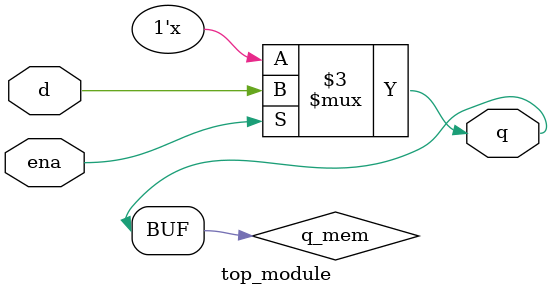
<source format=v>
module top_module (
    input d, 
    input ena,
    output q);

    reg q_mem;
    
    always @(*) begin
        if (ena) begin
        	q_mem = d;    
        end
    end
    
    assign q = q_mem;
    
endmodule

</source>
